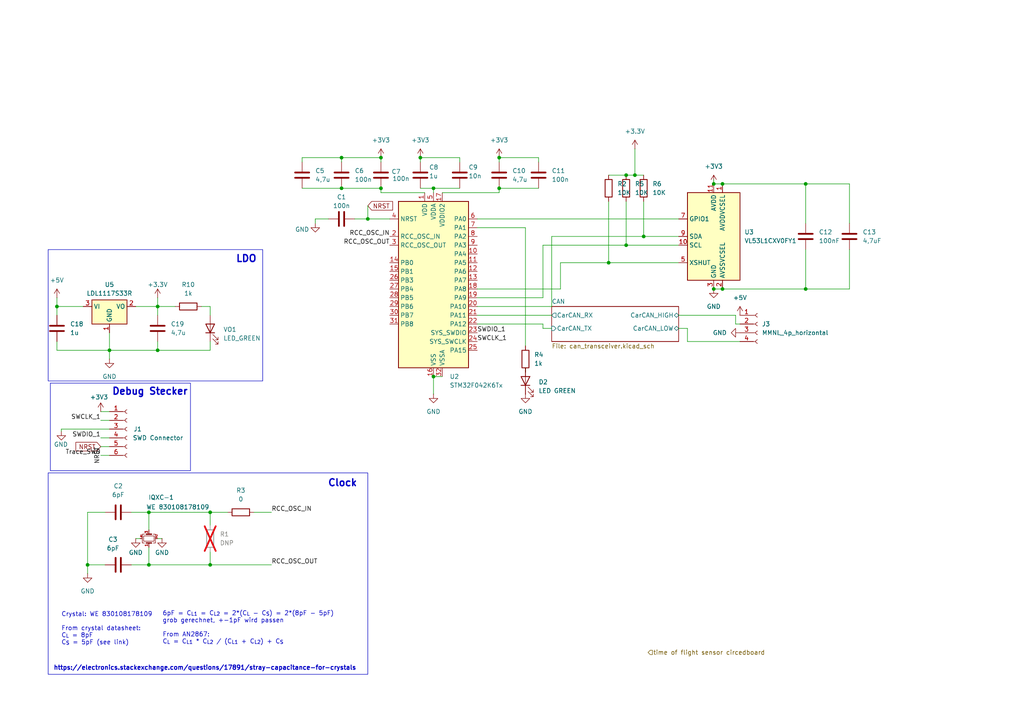
<source format=kicad_sch>
(kicad_sch (version 20250114) (generator "eeschema") (generator_version "9.0")
  (paper "A4")
  (title_block (comment 1 "Jonas Urban"))
  (lib_symbols
    (symbol "Connector:Conn_01x06_Female" (pin_names (offset 1.016) (hide yes))
      (property "Reference" "J" (at 0 7.62 0))
      (property "Value" "Conn_01x06_Female" (at 0 -10.16 0))
      (symbol "Conn_01x06_Female_1_1"
        (polyline (pts (xy -1.27 5.08) (xy -0.508 5.08)) (stroke (width 0.1524)))
        (polyline (pts (xy -1.27 2.54) (xy -0.508 2.54)) (stroke (width 0.1524)))
        (polyline (pts (xy -1.27 0) (xy -0.508 0)) (stroke (width 0.1524)))
        (polyline (pts (xy -1.27 -2.54) (xy -0.508 -2.54)) (stroke (width 0.1524)))
        (polyline (pts (xy -1.27 -5.08) (xy -0.508 -5.08)) (stroke (width 0.1524)))
        (polyline (pts (xy -1.27 -7.62) (xy -0.508 -7.62)) (stroke (width 0.1524)))
        (arc (start 0 4.572) (mid -0.5058 5.08) (end 0 5.588) (stroke (width 0.1524)))
        (arc (start 0 2.032) (mid -0.5058 2.54) (end 0 3.048) (stroke (width 0.1524)))
        (arc (start 0 -0.508) (mid -0.5058 0) (end 0 0.508) (stroke (width 0.1524)))
        (arc (start 0 -3.048) (mid -0.5058 -2.54) (end 0 -2.032) (stroke (width 0.1524)))
        (arc (start 0 -5.588) (mid -0.5058 -5.08) (end 0 -4.572) (stroke (width 0.1524)))
        (arc (start 0 -8.128) (mid -0.5058 -7.62) (end 0 -7.112) (stroke (width 0.1524)))
        (pin passive line (at -5.08 5.08 0) (length 3.81) (name "Pin_1") (number "1"))
        (pin passive line (at -5.08 2.54 0) (length 3.81) (name "Pin_2") (number "2"))
        (pin passive line (at -5.08 0 0) (length 3.81) (name "Pin_3") (number "3"))
        (pin passive line (at -5.08 -2.54 0) (length 3.81) (name "Pin_4") (number "4"))
        (pin passive line (at -5.08 -5.08 0) (length 3.81) (name "Pin_5") (number "5"))
        (pin passive line (at -5.08 -7.62 0) (length 3.81) (name "Pin_6") (number "6"))
      )
    )
    (symbol "Device:C" (pin_numbers (hide yes)) (pin_names (offset 0.254))
      (property "Reference" "C" (at 0.635 2.54 0))
      (property "Value" "C" (at 0.635 -2.54 0))
      (symbol "C_0_1"
        (polyline (pts (xy -2.032 0.762) (xy 2.032 0.762)) (stroke (width 0.508)))
        (polyline (pts (xy -2.032 -0.762) (xy 2.032 -0.762)) (stroke (width 0.508)))
      )
      (symbol "C_1_1"
        (pin passive line (at 0 3.81 270) (length 2.794) (name "~") (number "1"))
        (pin passive line (at 0 -3.81 90) (length 2.794) (name "~") (number "2"))
      )
    )
    (symbol "Device:Crystal_GND24_Small" (pin_names (offset 1.016) (hide yes))
      (property "Reference" "Y" (at 1.27 4.445 0))
      (property "Value" "Crystal_GND24_Small" (at 1.27 2.54 0))
      (symbol "Crystal_GND24_Small_0_1"
        (polyline (pts (xy -1.27 1.27) (xy -1.27 1.905) (xy 1.27 1.905) (xy 1.27 1.27)))
        (polyline (pts (xy -1.27 -0.762) (xy -1.27 0.762)) (stroke (width 0.381)))
        (polyline (pts (xy -1.27 -1.27) (xy -1.27 -1.905) (xy 1.27 -1.905) (xy 1.27 -1.27)))
        (rectangle (start -0.762 -1.524) (end 0.762 1.524))
        (polyline (pts (xy 1.27 -0.762) (xy 1.27 0.762)) (stroke (width 0.381)))
      )
      (symbol "Crystal_GND24_Small_1_1"
        (pin passive line (at -2.54 0 0) (length 1.27) (name "1") (number "1"))
        (pin passive line (at 0 2.54 270) (length 0.635) (name "4") (number "4"))
        (pin passive line (at 0 -2.54 90) (length 0.635) (name "2") (number "2"))
        (pin passive line (at 2.54 0 180) (length 1.27) (name "3") (number "3"))
      )
    )
    (symbol "Device:LED" (pin_numbers (hide yes)) (pin_names (offset 1.016) (hide yes))
      (property "Reference" "D" (at 0 2.54 0))
      (property "Value" "LED" (at 0 -2.54 0))
      (symbol "LED_0_1"
        (polyline (pts (xy -3.048 -0.762) (xy -4.572 -2.286) (xy -3.81 -2.286) (xy -4.572 -2.286) (xy -4.572 -1.524)))
        (polyline (pts (xy -1.778 -0.762) (xy -3.302 -2.286) (xy -2.54 -2.286) (xy -3.302 -2.286) (xy -3.302 -1.524)))
        (polyline (pts (xy -1.27 0) (xy 1.27 0)))
        (polyline (pts (xy -1.27 -1.27) (xy -1.27 1.27)) (stroke (width 0.254)))
        (polyline (pts (xy 1.27 -1.27) (xy 1.27 1.27) (xy -1.27 0) (xy 1.27 -1.27)) (stroke (width 0.254)))
      )
      (symbol "LED_1_1"
        (pin passive line (at -3.81 0 0) (length 2.54) (name "K") (number "1"))
        (pin passive line (at 3.81 0 180) (length 2.54) (name "A") (number "2"))
      )
    )
    (symbol "Device:R" (pin_numbers (hide yes)) (pin_names (offset 0))
      (property "Reference" "R" (at 2.032 0 90))
      (property "Value" "R" (at 0 0 90))
      (symbol "R_0_1"
        (rectangle (start -1.016 -2.54) (end 1.016 2.54) (stroke (width 0.254)))
      )
      (symbol "R_1_1"
        (pin passive line (at 0 3.81 270) (length 1.27) (name "~") (number "1"))
        (pin passive line (at 0 -3.81 90) (length 1.27) (name "~") (number "2"))
      )
    )
    (symbol "FaSTTUBe_connectors:MMNL_4p_horizontal" (pin_names (offset 1.016) (hide yes))
      (property "Reference" "J" (at 0 5.08 0))
      (property "Value" "MMNL_4p_horizontal" (at 0 -7.62 0))
      (symbol "MMNL_4p_horizontal_1_1"
        (polyline (pts (xy -1.27 2.54) (xy -0.508 2.54)) (stroke (width 0.1524)))
        (polyline (pts (xy -1.27 0) (xy -0.508 0)) (stroke (width 0.1524)))
        (polyline (pts (xy -1.27 -2.54) (xy -0.508 -2.54)) (stroke (width 0.1524)))
        (polyline (pts (xy -1.27 -5.08) (xy -0.508 -5.08)) (stroke (width 0.1524)))
        (arc (start 0 2.032) (mid -0.5058 2.54) (end 0 3.048) (stroke (width 0.1524)))
        (arc (start 0 -0.508) (mid -0.5058 0) (end 0 0.508) (stroke (width 0.1524)))
        (arc (start 0 -3.048) (mid -0.5058 -2.54) (end 0 -2.032) (stroke (width 0.1524)))
        (arc (start 0 -5.588) (mid -0.5058 -5.08) (end 0 -4.572) (stroke (width 0.1524)))
        (pin passive line (at -5.08 2.54 0) (length 3.81) (name "Pin_1") (number "1"))
        (pin passive line (at -5.08 0 0) (length 3.81) (name "Pin_2") (number "2"))
        (pin passive line (at -5.08 -2.54 0) (length 3.81) (name "Pin_3") (number "3"))
        (pin passive line (at -5.08 -5.08 0) (length 3.81) (name "Pin_4") (number "4"))
      )
    )
    (symbol "MCU_ST_STM32F0:STM32F042K6Tx"
      (property "Reference" "U" (at -10.16 26.67 0))
      (property "Value" "STM32F042K6Tx" (at 5.08 26.67 0))
      (symbol "STM32F042K6Tx_0_1"
        (rectangle (start -10.16 -22.86) (end 10.16 25.4) (stroke (width 0.254)) (fill (type background)))
      )
      (symbol "STM32F042K6Tx_1_1"
        (pin input line (at -12.7 20.32 0) (length 2.54) (name "NRST") (number "4"))
        (pin bidirectional line (at -12.7 15.24 0) (length 2.54) (name "PF0") (number "2") (alternate "RCC_OSC_IN" bidirectional line))
        (pin bidirectional line (at -12.7 12.7 0) (length 2.54) (name "PF1") (number "3") (alternate "RCC_OSC_OUT" bidirectional line))
        (pin bidirectional line (at -12.7 7.62 0) (length 2.54) (name "PB0") (number "14"))
        (pin bidirectional line (at -12.7 5.08 0) (length 2.54) (name "PB1") (number "15"))
        (pin bidirectional line (at -12.7 2.54 0) (length 2.54) (name "PB3") (number "26"))
        (pin bidirectional line (at -12.7 0 0) (length 2.54) (name "PB4") (number "27"))
        (pin bidirectional line (at -12.7 -2.54 0) (length 2.54) (name "PB5") (number "28"))
        (pin bidirectional line (at -12.7 -5.08 0) (length 2.54) (name "PB6") (number "29"))
        (pin bidirectional line (at -12.7 -7.62 0) (length 2.54) (name "PB7") (number "30"))
        (pin bidirectional line (at -12.7 -10.16 0) (length 2.54) (name "PB8") (number "31"))
        (pin power_in line (at -2.54 27.94 270) (length 2.54) (name "VDD") (number "1"))
        (pin power_in line (at 0 27.94 270) (length 2.54) (name "VDDA") (number "5"))
        (pin power_in line (at 0 -25.4 90) (length 2.54) (name "VSS") (number "16"))
        (pin power_in line (at 2.54 27.94 270) (length 2.54) (name "VDDIO2") (number "17"))
        (pin power_in line (at 2.54 -25.4 90) (length 2.54) (name "VSSA") (number "32"))
        (pin bidirectional line (at 12.7 20.32 180) (length 2.54) (name "PA0") (number "6"))
        (pin bidirectional line (at 12.7 17.78 180) (length 2.54) (name "PA1") (number "7"))
        (pin bidirectional line (at 12.7 15.24 180) (length 2.54) (name "PA2") (number "8"))
        (pin bidirectional line (at 12.7 12.7 180) (length 2.54) (name "PA3") (number "9"))
        (pin bidirectional line (at 12.7 10.16 180) (length 2.54) (name "PA4") (number "10"))
        (pin bidirectional line (at 12.7 7.62 180) (length 2.54) (name "PA5") (number "11"))
        (pin bidirectional line (at 12.7 5.08 180) (length 2.54) (name "PA6") (number "12"))
        (pin bidirectional line (at 12.7 2.54 180) (length 2.54) (name "PA7") (number "13"))
        (pin bidirectional line (at 12.7 0 180) (length 2.54) (name "PA8") (number "18"))
        (pin bidirectional line (at 12.7 -2.54 180) (length 2.54) (name "PA9") (number "19"))
        (pin bidirectional line (at 12.7 -5.08 180) (length 2.54) (name "PA10") (number "20"))
        (pin bidirectional line (at 12.7 -7.62 180) (length 2.54) (name "PA11") (number "21"))
        (pin bidirectional line (at 12.7 -10.16 180) (length 2.54) (name "PA12") (number "22"))
        (pin bidirectional line (at 12.7 -12.7 180) (length 2.54) (name "PA13") (number "23") (alternate "SYS_SWDIO" bidirectional line))
        (pin bidirectional line (at 12.7 -15.24 180) (length 2.54) (name "PA14") (number "24") (alternate "SYS_SWCLK" bidirectional line))
        (pin bidirectional line (at 12.7 -17.78 180) (length 2.54) (name "PA15") (number "25"))
      )
    )
    (symbol "Regulator_Linear:LD1117S33TR_SOT223"
      (property "Reference" "U" (at -3.81 3.175 0))
      (property "Value" "LD1117S33TR_SOT223" (at 0 3.175 0))
      (symbol "LD1117S33TR_SOT223_0_1"
        (rectangle (start -5.08 -5.08) (end 5.08 1.905) (stroke (width 0.254)) (fill (type background)))
      )
      (symbol "LD1117S33TR_SOT223_1_1"
        (pin power_in line (at -7.62 0 0) (length 2.54) (name "VI") (number "3"))
        (pin power_in line (at 0 -7.62 90) (length 2.54) (name "GND") (number "1"))
        (pin power_out line (at 7.62 0 180) (length 2.54) (name "VO") (number "2"))
      )
    )
    (symbol "Sensor_Distance:VL53L1CXV0FY1"
      (property "Reference" "U" (at -6.35 13.97 0))
      (property "Value" "VL53L1CXV0FY1" (at 12.065 13.97 0))
      (symbol "VL53L1CXV0FY1_0_1"
        (rectangle (start -7.62 12.7) (end 7.62 -12.7) (stroke (width 0.254)) (fill (type background)))
      )
      (symbol "VL53L1CXV0FY1_1_1"
        (pin open_collector line (at -10.16 5.08 0) (length 2.54) (name "GPIO1") (number "7"))
        (pin bidirectional line (at -10.16 0 0) (length 2.54) (name "SDA") (number "9"))
        (pin input line (at -10.16 -2.54 0) (length 2.54) (name "SCL") (number "10"))
        (pin input line (at -10.16 -7.62 0) (length 2.54) (name "XSHUT") (number "5"))
        (pin no_connect line (at -7.62 7.62 0) (length 2.54) (hide yes) (name "DNC") (number "8"))
        (pin power_in line (at 0 15.24 270) (length 2.54) (name "AVDD") (number "11"))
        (pin passive line (at 0 -15.24 90) (length 2.54) (hide yes) (name "GND") (number "12"))
        (pin power_in line (at 0 -15.24 90) (length 2.54) (name "GND") (number "3"))
        (pin passive line (at 0 -15.24 90) (length 2.54) (hide yes) (name "GND") (number "4"))
        (pin passive line (at 0 -15.24 90) (length 2.54) (hide yes) (name "GND") (number "6"))
        (pin power_in line (at 2.54 15.24 270) (length 2.54) (name "AVDDVCSEL") (number "1"))
        (pin power_in line (at 2.54 -15.24 90) (length 2.54) (name "AVSSVCSEL") (number "2"))
      )
    )
    (symbol "power:+3.3V" (power) (pin_numbers (hide yes)) (pin_names (offset 0) (hide yes))
      (property "Value" "+3.3V" (at 0 3.556 0))
      (symbol "+3.3V_0_1"
        (polyline (pts (xy -0.762 1.27) (xy 0 2.54)))
        (polyline (pts (xy 0 2.54) (xy 0.762 1.27)))
        (polyline (pts (xy 0 0) (xy 0 2.54)))
      )
      (symbol "+3.3V_1_1"
        (pin power_in line (at 0 0 90) (length 0) (name "~") (number "1"))
      )
    )
    (symbol "power:+3V3" (power) (pin_numbers (hide yes)) (pin_names (offset 0) (hide yes))
      (property "Value" "+3V3" (at 0 3.556 0))
      (symbol "+3V3_0_1"
        (polyline (pts (xy -0.762 1.27) (xy 0 2.54)))
        (polyline (pts (xy 0 2.54) (xy 0.762 1.27)))
        (polyline (pts (xy 0 0) (xy 0 2.54)))
      )
      (symbol "+3V3_1_1"
        (pin power_in line (at 0 0 90) (length 0) (name "~") (number "1"))
      )
    )
    (symbol "power:+5V" (power) (pin_numbers (hide yes)) (pin_names (offset 0) (hide yes))
      (property "Value" "+5V" (at 0 3.556 0))
      (symbol "+5V_0_1"
        (polyline (pts (xy -0.762 1.27) (xy 0 2.54)))
        (polyline (pts (xy 0 2.54) (xy 0.762 1.27)))
        (polyline (pts (xy 0 0) (xy 0 2.54)))
      )
      (symbol "+5V_1_1"
        (pin power_in line (at 0 0 90) (length 0) (name "~") (number "1"))
      )
    )
    (symbol "power:GND" (power) (pin_numbers (hide yes)) (pin_names (offset 0) (hide yes))
      (property "Value" "GND" (at 0 -3.81 0))
      (symbol "GND_0_1"
        (polyline (pts (xy 0 0) (xy 0 -1.27) (xy 1.27 -1.27) (xy 0 -2.54) (xy -1.27 -1.27) (xy 0 -1.27)))
      )
      (symbol "GND_1_1"
        (pin power_in line (at 0 0 270) (length 0) (name "~") (number "1"))
      )
    )
  )
  (rectangle (start 14.605 111.125) (end 55.245 136.525))
  (rectangle (start 13.97 72.39) (end 76.2 110.49))
  (rectangle (start 13.97 137.16) (end 106.68 195.58))
  (text "Crystal: WE 830108178109\n\nFrom crystal datasheet:\nC_{L} = 8pF\nC_{S} = 5pF (see link)\n" (at 17.78 187.198 0) (effects (font (size 1.27 1.27)) (justify left bottom)))
  (text "Clock\n" (at 94.996 140.208 0) (effects (font (size 2 2) (bold yes)) (justify left)))
  (text "6pF = C_{L1} = C_{L2} = 2*(C_{L} - C_{S}) = 2*(8pF − 5pF)\ngrob gerechnet, +-1pF wird passen\n\nFrom AN2867:\nC_{L} = C_{L1} * C_{L2} / (C_{L1} + C_{L2}) + C_{S}" (at 47.117 182.118 0) (effects (font (size 1.27 1.27)) (justify left)))
  (text "Debug Stecker" (at 32.385 113.665 0) (effects (font (size 2 2) (bold yes)) (justify left)))
  (text "https://electronics.stackexchange.com/questions/17891/stray-capacitance-for-crystals" (at 15.494 194.564 0) (effects (font (size 1.27 1.27) (bold yes)) (justify left bottom)))
  (text "LDO\n" (at 68.326 75.184 0) (effects (font (size 2 2) (bold yes)) (justify left)))
  (junction (at 181.61 71.12))
  (junction (at 186.69 68.58))
  (junction (at 209.55 83.82))
  (junction (at 43.18 163.83))
  (junction (at 99.06 45.72))
  (junction (at 45.72 101.6))
  (junction (at 99.06 54.61))
  (junction (at 125.73 54.61))
  (junction (at 144.78 54.61))
  (junction (at 121.92 45.72))
  (junction (at 184.15 50.8))
  (junction (at 43.18 148.59))
  (junction (at 207.01 53.34))
  (junction (at 207.01 83.82))
  (junction (at 233.68 53.34))
  (junction (at 110.49 54.61))
  (junction (at 16.51 88.9))
  (junction (at 45.72 88.9))
  (junction (at 106.68 63.5))
  (junction (at 60.96 163.83))
  (junction (at 110.49 45.72))
  (junction (at 60.96 148.59))
  (junction (at 31.75 101.6))
  (junction (at 176.53 76.2))
  (junction (at 233.68 83.82))
  (junction (at 181.61 50.8))
  (junction (at 209.55 53.34))
  (junction (at 125.73 109.22))
  (junction (at 144.78 45.72))
  (junction (at 25.4 163.83))
  (wire (pts (xy 186.69 58.42) (xy 186.69 68.58)))
  (wire (pts (xy 144.78 45.72) (xy 156.21 45.72)))
  (wire (pts (xy 16.51 101.6) (xy 31.75 101.6)))
  (wire (pts (xy 45.72 101.6) (xy 60.96 101.6)))
  (wire (pts (xy 43.18 158.75) (xy 43.18 163.83)))
  (wire (pts (xy 121.92 46.99) (xy 121.92 45.72)))
  (wire (pts (xy 17.78 124.46) (xy 31.75 124.46)))
  (wire (pts (xy 157.48 95.25) (xy 160.02 95.25)))
  (wire (pts (xy 46.99 156.21) (xy 45.72 156.21)))
  (wire (pts (xy 99.06 45.72) (xy 110.49 45.72)))
  (wire (pts (xy 176.53 76.2) (xy 196.85 76.2)))
  (wire (pts (xy 60.96 163.83) (xy 78.74 163.83)))
  (wire (pts (xy 207.01 52.07) (xy 207.01 53.34)))
  (wire (pts (xy 110.49 55.88) (xy 123.19 55.88)))
  (wire (pts (xy 152.4 66.04) (xy 152.4 100.33)))
  (wire (pts (xy 43.18 148.59) (xy 43.18 153.67)))
  (wire (pts (xy 209.55 53.34) (xy 233.68 53.34)))
  (wire (pts (xy 43.18 148.59) (xy 60.96 148.59)))
  (wire (pts (xy 138.43 88.9) (xy 160.02 88.9)))
  (wire (pts (xy 91.44 64.77) (xy 91.44 63.5)))
  (wire (pts (xy 207.01 83.82) (xy 209.55 83.82)))
  (wire (pts (xy 17.78 124.46) (xy 17.78 125.095)))
  (wire (pts (xy 31.75 101.6) (xy 31.75 104.14)))
  (wire (pts (xy 176.53 50.8) (xy 181.61 50.8)))
  (wire (pts (xy 39.37 88.9) (xy 45.72 88.9)))
  (wire (pts (xy 87.63 45.72) (xy 99.06 45.72)))
  (wire (pts (xy 138.43 91.44) (xy 160.02 91.44)))
  (wire (pts (xy 73.66 148.59) (xy 78.74 148.59)))
  (wire (pts (xy 184.15 50.8) (xy 186.69 50.8)))
  (wire (pts (xy 102.87 63.5) (xy 106.68 63.5)))
  (wire (pts (xy 144.78 54.61) (xy 144.78 55.88)))
  (wire (pts (xy 157.48 71.12) (xy 157.48 86.36)))
  (wire (pts (xy 25.4 163.83) (xy 25.4 148.59)))
  (wire (pts (xy 45.72 88.9) (xy 45.72 91.44)))
  (wire (pts (xy 87.63 46.99) (xy 87.63 45.72)))
  (wire (pts (xy 233.68 53.34) (xy 233.68 64.77)))
  (wire (pts (xy 162.56 76.2) (xy 162.56 83.82)))
  (wire (pts (xy 29.21 121.92) (xy 31.75 121.92)))
  (wire (pts (xy 157.48 93.98) (xy 138.43 93.98)))
  (wire (pts (xy 16.51 88.9) (xy 16.51 91.44)))
  (wire (pts (xy 199.39 95.25) (xy 199.39 99.06)))
  (wire (pts (xy 233.68 72.39) (xy 233.68 83.82)))
  (wire (pts (xy 29.21 132.08) (xy 31.75 132.08)))
  (wire (pts (xy 246.38 53.34) (xy 246.38 64.77)))
  (wire (pts (xy 121.92 54.61) (xy 125.73 54.61)))
  (wire (pts (xy 181.61 50.8) (xy 184.15 50.8)))
  (wire (pts (xy 45.72 86.36) (xy 45.72 88.9)))
  (wire (pts (xy 25.4 163.83) (xy 30.48 163.83)))
  (wire (pts (xy 196.85 91.44) (xy 213.36 91.44)))
  (wire (pts (xy 29.21 119.38) (xy 31.75 119.38)))
  (wire (pts (xy 125.73 54.61) (xy 133.35 54.61)))
  (wire (pts (xy 156.21 45.72) (xy 156.21 46.99)))
  (wire (pts (xy 87.63 54.61) (xy 99.06 54.61)))
  (wire (pts (xy 157.48 71.12) (xy 181.61 71.12)))
  (wire (pts (xy 199.39 99.06) (xy 214.63 99.06)))
  (wire (pts (xy 199.39 95.25) (xy 196.85 95.25)))
  (wire (pts (xy 60.96 148.59) (xy 66.04 148.59)))
  (wire (pts (xy 209.55 83.82) (xy 233.68 83.82)))
  (wire (pts (xy 186.69 68.58) (xy 196.85 68.58)))
  (wire (pts (xy 91.44 63.5) (xy 95.25 63.5)))
  (wire (pts (xy 45.72 101.6) (xy 45.72 99.06)))
  (wire (pts (xy 233.68 53.34) (xy 246.38 53.34)))
  (wire (pts (xy 31.75 101.6) (xy 45.72 101.6)))
  (wire (pts (xy 60.96 148.59) (xy 60.96 152.4)))
  (wire (pts (xy 16.51 86.36) (xy 16.51 88.9)))
  (wire (pts (xy 181.61 58.42) (xy 181.61 71.12)))
  (wire (pts (xy 207.01 53.34) (xy 209.55 53.34)))
  (wire (pts (xy 38.1 148.59) (xy 43.18 148.59)))
  (wire (pts (xy 144.78 46.99) (xy 144.78 45.72)))
  (wire (pts (xy 121.92 45.72) (xy 133.35 45.72)))
  (wire (pts (xy 45.72 88.9) (xy 50.8 88.9)))
  (wire (pts (xy 60.96 88.9) (xy 60.96 91.44)))
  (wire (pts (xy 29.21 129.54) (xy 31.75 129.54)))
  (wire (pts (xy 176.53 76.2) (xy 162.56 76.2)))
  (wire (pts (xy 110.49 45.72) (xy 110.49 46.99)))
  (wire (pts (xy 144.78 54.61) (xy 156.21 54.61)))
  (wire (pts (xy 16.51 88.9) (xy 24.13 88.9)))
  (wire (pts (xy 162.56 83.82) (xy 138.43 83.82)))
  (wire (pts (xy 144.78 55.88) (xy 128.27 55.88)))
  (wire (pts (xy 25.4 166.37) (xy 25.4 163.83)))
  (wire (pts (xy 106.68 63.5) (xy 113.03 63.5)))
  (wire (pts (xy 133.35 45.72) (xy 133.35 46.99)))
  (wire (pts (xy 125.73 54.61) (xy 125.73 55.88)))
  (wire (pts (xy 31.75 96.52) (xy 31.75 101.6)))
  (wire (pts (xy 16.51 99.06) (xy 16.51 101.6)))
  (wire (pts (xy 106.68 59.69) (xy 106.68 63.5)))
  (wire (pts (xy 184.15 43.18) (xy 184.15 50.8)))
  (wire (pts (xy 38.1 163.83) (xy 43.18 163.83)))
  (wire (pts (xy 99.06 45.72) (xy 99.06 46.99)))
  (wire (pts (xy 25.4 148.59) (xy 30.48 148.59)))
  (wire (pts (xy 213.36 93.98) (xy 214.63 93.98)))
  (wire (pts (xy 60.96 101.6) (xy 60.96 99.06)))
  (wire (pts (xy 43.18 163.83) (xy 60.96 163.83)))
  (wire (pts (xy 138.43 63.5) (xy 196.85 63.5)))
  (wire (pts (xy 181.61 71.12) (xy 196.85 71.12)))
  (wire (pts (xy 246.38 72.39) (xy 246.38 83.82)))
  (wire (pts (xy 29.21 127) (xy 31.75 127)))
  (wire (pts (xy 176.53 58.42) (xy 176.53 76.2)))
  (wire (pts (xy 125.73 109.22) (xy 128.27 109.22)))
  (wire (pts (xy 60.96 160.02) (xy 60.96 163.83)))
  (wire (pts (xy 160.02 68.58) (xy 160.02 88.9)))
  (wire (pts (xy 157.48 93.98) (xy 157.48 95.25)))
  (wire (pts (xy 58.42 88.9) (xy 60.96 88.9)))
  (wire (pts (xy 125.73 109.22) (xy 125.73 114.3)))
  (wire (pts (xy 213.36 91.44) (xy 213.36 93.98)))
  (wire (pts (xy 99.06 54.61) (xy 110.49 54.61)))
  (wire (pts (xy 39.37 156.21) (xy 40.64 156.21)))
  (wire (pts (xy 152.4 106.68) (xy 152.4 107.95)))
  (wire (pts (xy 138.43 66.04) (xy 152.4 66.04)))
  (wire (pts (xy 246.38 83.82) (xy 233.68 83.82)))
  (wire (pts (xy 160.02 68.58) (xy 186.69 68.58)))
  (wire (pts (xy 110.49 54.61) (xy 110.49 55.88)))
  (wire (pts (xy 138.43 86.36) (xy 157.48 86.36)))
  (label "NRST" (at 29.21 129.54 270))
  (label "RCC_OSC_OUT" (at 78.74 163.83 0))
  (label "SWDIO_1" (at 138.43 96.52 0))
  (label "SWDIO_1" (at 29.21 127 180))
  (label "RCC_OSC_IN" (at 113.03 68.58 180))
  (label "RCC_OSC_IN" (at 78.74 148.59 0))
  (label "SWCLK_1" (at 29.21 121.92 180))
  (label "SWCLK_1" (at 138.43 99.06 0))
  (label "RCC_OSC_OUT" (at 113.03 71.12 180))
  (label "Trace_SWO" (at 29.21 132.08 180))
  (global_label "NRST" (shape input) (at 29.21 129.54 180) (property "Intersheetrefs" "${INTERSHEET_REFS}" (effects (hide yes))))
  (global_label "NRST" (shape input) (at 106.68 59.69 0) (property "Intersheetrefs" "${INTERSHEET_REFS}" (effects (hide yes))))
  (hierarchical_label "time of flight sensor circedboard" (shape input) (at 187.96 189.23 0))
  (symbol (lib_id "Device:R") (at 152.4 104.14 0) (unit 1)
    (property "Reference" "R4" (at 154.94 102.8699 0) (effects (justify left)))
    (property "Value" "1k" (at 154.94 105.4099 0) (effects (justify left)))
    (property "Footprint" "Resistor_SMD:R_0603_1608Metric" (effects (hide yes)))
    (property "Description" "Resistor" (effects (hide yes)))
  )
  (symbol (lib_id "Device:C") (at 233.68 68.58 0) (unit 1)
    (property "Reference" "C12" (at 237.49 67.3099 0) (effects (justify left)))
    (property "Value" "100nF" (at 237.49 69.8499 0) (effects (justify left)))
    (property "Footprint" "Capacitor_SMD:C_0603_1608Metric" (effects (hide yes)))
    (property "Description" "Unpolarized capacitor" (effects (hide yes)))
  )
  (symbol (lib_id "power:GND") (at 152.4 114.3 0) (unit 1)
    (property "Reference" "#PWR014" (effects (hide yes)))
    (property "Value" "GND" (at 152.4 119.38 0))
    (property "Description" "Power symbol creates a global label with name \"GND\" , ground" (effects (hide yes)))
  )
  (symbol (lib_id "FaSTTUBe_connectors:MMNL_4p_horizontal") (at 219.71 93.98 0) (unit 1)
    (property "Reference" "J3" (at 220.98 93.9799 0) (effects (justify left)))
    (property "Value" "MMNL_4p_horizontal" (at 220.98 96.5199 0) (effects (justify left)))
    (property "Footprint" "FaSTTUBe_connectors:Micro_Mate-N-Lok_4p_horizontal" (effects (hide yes)))
    (property "Description" "Micro Mate-N-Lok, single row, 4 position, SMD, horizontal" (effects (hide yes)))
  )
  (symbol (lib_id "Device:R") (at 181.61 54.61 0) (unit 1)
    (property "Reference" "R5" (at 184.15 53.3399 0) (effects (justify left)))
    (property "Value" "10K" (at 184.15 55.8799 0) (effects (justify left)))
    (property "Footprint" "Resistor_SMD:R_0603_1608Metric" (effects (hide yes)))
    (property "Description" "Resistor" (effects (hide yes)))
  )
  (symbol (lib_id "Device:C") (at 87.63 50.8 0) (unit 1)
    (property "Reference" "C5" (at 91.44 49.5299 0) (effects (justify left)))
    (property "Value" "4,7u" (at 91.44 52.0699 0) (effects (justify left)))
    (property "Footprint" "Capacitor_SMD:C_0603_1608Metric" (effects (hide yes)))
    (property "Description" "Unpolarized capacitor" (effects (hide yes)))
  )
  (symbol (lib_id "Device:C") (at 110.49 50.8 0) (unit 1)
    (property "Reference" "C7" (at 113.538 49.784 0) (effects (justify left)))
    (property "Value" "100n" (at 113.792 51.816 0) (effects (justify left)))
    (property "Footprint" "Capacitor_SMD:C_0603_1608Metric" (effects (hide yes)))
    (property "Description" "Unpolarized capacitor" (effects (hide yes)))
  )
  (symbol (lib_id "Device:C") (at 34.29 163.83 90) (unit 1)
    (property "Reference" "C3" (at 32.766 156.464 90))
    (property "Value" "6pF" (at 32.766 159.004 90))
    (property "Footprint" "Capacitor_SMD:C_0603_1608Metric" (effects (hide yes)))
    (property "Description" "Unpolarized capacitor" (effects (hide yes)))
  )
  (symbol (lib_id "power:+5V") (at 214.63 91.44 0) (unit 1)
    (property "Reference" "#PWR06" (effects (hide yes)))
    (property "Value" "+5V" (at 214.63 86.36 0))
    (property "Description" "Power symbol creates a global label with name \"+5V\"" (effects (hide yes)))
  )
  (symbol (lib_id "Device:C") (at 144.78 50.8 0) (unit 1)
    (property "Reference" "C10" (at 148.59 49.5299 0) (effects (justify left)))
    (property "Value" "4,7u" (at 148.59 52.0699 0) (effects (justify left)))
    (property "Footprint" "Capacitor_SMD:C_0603_1608Metric" (effects (hide yes)))
    (property "Description" "Unpolarized capacitor" (effects (hide yes)))
  )
  (symbol (lib_id "Device:C") (at 34.29 148.59 90) (unit 1)
    (property "Reference" "C2" (at 34.29 140.97 90))
    (property "Value" "6pF" (at 34.29 143.51 90))
    (property "Footprint" "Capacitor_SMD:C_0603_1608Metric" (effects (hide yes)))
    (property "Description" "Unpolarized capacitor" (effects (hide yes)))
  )
  (symbol (lib_id "power:+3V3") (at 207.01 53.34 0) (unit 1)
    (property "Reference" "#PWR016" (effects (hide yes)))
    (property "Value" "+3V3" (at 207.01 48.26 0))
    (property "Description" "Power symbol creates a global label with name \"+3V3\"" (effects (hide yes)))
  )
  (symbol (lib_id "Device:R") (at 69.85 148.59 270) (unit 1)
    (property "Reference" "R3" (at 69.85 142.24 90))
    (property "Value" "0" (at 69.85 144.78 90))
    (property "Footprint" "Resistor_SMD:R_0603_1608Metric" (effects (hide yes)))
    (property "Description" "Resistor" (effects (hide yes)))
  )
  (symbol (lib_id "Device:R") (at 186.69 54.61 0) (unit 1)
    (property "Reference" "R6" (at 189.23 53.3399 0) (effects (justify left)))
    (property "Value" "10K" (at 189.23 55.8799 0) (effects (justify left)))
    (property "Footprint" "Resistor_SMD:R_0603_1608Metric" (effects (hide yes)))
    (property "Description" "Resistor" (effects (hide yes)))
  )
  (symbol (lib_id "Sensor_Distance:VL53L1CXV0FY1") (at 207.01 68.58 0) (unit 1)
    (property "Reference" "U3" (at 215.9 67.3099 0) (effects (justify left)))
    (property "Value" "VL53L1CXV0FY1" (at 215.9 69.8499 0) (effects (justify left)))
    (property "Footprint" "Sensor_Distance:ST_VL53L1x" (effects (hide yes)))
    (property "Datasheet" "https://www.st.com/resource/en/datasheet/vl53l1x.pdf" (effects (hide yes)))
    (property "Description" "4m distance ranging ToF sensor, Optical LGA12" (effects (hide yes)))
  )
  (symbol (lib_id "Device:C") (at 246.38 68.58 0) (unit 1)
    (property "Reference" "C13" (at 250.19 67.3099 0) (effects (justify left)))
    (property "Value" "4,7uF" (at 250.19 69.8499 0) (effects (justify left)))
    (property "Footprint" "Capacitor_SMD:C_0603_1608Metric" (effects (hide yes)))
    (property "Description" "Unpolarized capacitor" (effects (hide yes)))
  )
  (symbol (lib_id "Regulator_Linear:LD1117S33TR_SOT223") (at 31.75 88.9 0) (unit 1)
    (property "Reference" "U5" (at 31.75 82.55 0))
    (property "Value" "LDL1117S33R" (at 31.75 85.09 0))
    (property "Footprint" "Package_TO_SOT_SMD:SOT-223-3_TabPin2" (effects (hide yes)))
    (property "Datasheet" "https://www.mouser.de/datasheet/2/389/ldl1117-1849797.pdf" (effects (hide yes)))
  )
  (symbol (lib_id "Device:R") (at 176.53 54.61 0) (unit 1)
    (property "Reference" "R2" (at 179.07 53.3399 0) (effects (justify left)))
    (property "Value" "10K" (at 179.07 55.8799 0) (effects (justify left)))
    (property "Footprint" "Resistor_SMD:R_0603_1608Metric" (effects (hide yes)))
    (property "Description" "Resistor" (effects (hide yes)))
  )
  (symbol (lib_id "Device:C") (at 156.21 50.8 0) (unit 1)
    (property "Reference" "C11" (at 160.02 49.5299 0) (effects (justify left)))
    (property "Value" "100n" (at 160.02 52.0699 0) (effects (justify left)))
    (property "Footprint" "Capacitor_SMD:C_0603_1608Metric" (effects (hide yes)))
    (property "Description" "Unpolarized capacitor" (effects (hide yes)))
  )
  (symbol (lib_id "power:GND") (at 31.75 104.14 0) (unit 1)
    (property "Reference" "#PWR028" (effects (hide yes)))
    (property "Value" "GND" (at 31.75 109.22 0))
  )
  (symbol (lib_id "Device:R") (at 60.96 156.21 0) (unit 1) (dnp yes)
    (property "Reference" "R1" (at 63.754 154.9399 0) (effects (justify left)))
    (property "Value" "DNP" (at 63.754 157.4799 0) (effects (justify left)))
    (property "Footprint" "Resistor_SMD:R_0603_1608Metric" (effects (hide yes)))
    (property "Description" "Resistor" (effects (hide yes)))
  )
  (symbol (lib_id "power:+3V3") (at 144.78 45.72 0) (unit 1)
    (property "Reference" "#PWR013" (effects (hide yes)))
    (property "Value" "+3V3" (at 144.78 40.64 0))
    (property "Description" "Power symbol creates a global label with name \"+3V3\"" (effects (hide yes)))
  )
  (symbol (lib_id "MCU_ST_STM32F0:STM32F042K6Tx") (at 125.73 83.82 0) (unit 1)
    (property "Reference" "U2" (at 130.4133 109.22 0) (effects (justify left)))
    (property "Value" "STM32F042K6Tx" (at 130.4133 111.76 0) (effects (justify left)))
    (property "Footprint" "Package_QFP:LQFP-32_7x7mm_P0.8mm" (effects (hide yes)))
    (property "Datasheet" "https://www.st.com/resource/en/datasheet/stm32f042k6.pdf" (effects (hide yes)))
    (property "Description" "STMicroelectronics Arm Cortex-M0 MCU, 32KB flash, 6KB RAM, 48 MHz, 2.0-3.6V, 26 GPIO, LQFP32" (effects (hide yes)))
    (pin "2" (alternate "RCC_OSC_IN"))
    (pin "3" (alternate "RCC_OSC_OUT"))
    (pin "23" (alternate "SYS_SWDIO"))
    (pin "24" (alternate "SYS_SWCLK"))
  )
  (symbol (lib_id "power:+3V3") (at 110.49 45.72 0) (unit 1)
    (property "Reference" "#PWR010" (effects (hide yes)))
    (property "Value" "+3V3" (at 110.49 40.64 0))
    (property "Description" "Power symbol creates a global label with name \"+3V3\"" (effects (hide yes)))
  )
  (symbol (lib_id "power:GND") (at 17.78 125.095 0) (unit 1)
    (property "Reference" "#PWR01" (effects (hide yes)))
    (property "Value" "GND" (at 15.621 128.905 0) (effects (justify left)))
    (property "Description" "Power symbol creates a global label with name \"GND\" , ground" (effects (hide yes)))
  )
  (symbol (lib_id "power:GND") (at 214.63 96.52 270) (unit 1)
    (property "Reference" "#PWR02" (effects (hide yes)))
    (property "Value" "GND" (at 210.82 96.5199 90) (effects (justify right)))
    (property "Description" "Power symbol creates a global label with name \"GND\" , ground" (effects (hide yes)))
  )
  (symbol (lib_id "Device:C") (at 133.35 50.8 0) (unit 1)
    (property "Reference" "C9" (at 135.89 48.514 0) (effects (justify left)))
    (property "Value" "10n" (at 135.89 51.054 0) (effects (justify left)))
    (property "Footprint" "Capacitor_SMD:C_0603_1608Metric" (effects (hide yes)))
    (property "Description" "Unpolarized capacitor" (effects (hide yes)))
  )
  (symbol (lib_id "Connector:Conn_01x06_Female") (at 36.83 124.46 0) (unit 1)
    (property "Reference" "J1" (at 38.735 124.4599 0) (effects (justify left)))
    (property "Value" "SWD Connector" (at 38.481 127 0) (effects (justify left)))
    (property "Footprint" "Connector_PinHeader_2.54mm:PinHeader_1x06_P2.54mm_Vertical" (effects (hide yes)))
  )
  (symbol (lib_id "power:GND") (at 91.44 64.77 0) (unit 1)
    (property "Reference" "#PWR09" (effects (hide yes)))
    (property "Value" "GND" (at 87.63 66.548 0))
  )
  (symbol (lib_id "Device:C") (at 99.06 50.8 0) (unit 1)
    (property "Reference" "C6" (at 102.87 49.5299 0) (effects (justify left)))
    (property "Value" "100n" (at 102.87 52.0699 0) (effects (justify left)))
    (property "Footprint" "Capacitor_SMD:C_0603_1608Metric" (effects (hide yes)))
    (property "Description" "Unpolarized capacitor" (effects (hide yes)))
  )
  (symbol (lib_id "Device:C") (at 16.51 95.25 0) (unit 1)
    (property "Reference" "C18" (at 20.32 93.9799 0) (effects (justify left)))
    (property "Value" "1u" (at 20.32 96.5199 0) (effects (justify left)))
    (property "Footprint" "Capacitor_SMD:C_0603_1608Metric" (effects (hide yes)))
    (property "LCSC" "C15849" (effects (hide yes)))
  )
  (symbol (lib_id "Device:C") (at 45.72 95.25 0) (unit 1)
    (property "Reference" "C19" (at 49.53 93.9799 0) (effects (justify left)))
    (property "Value" "4,7u" (at 49.53 96.5199 0) (effects (justify left)))
    (property "Footprint" "Capacitor_SMD:C_0603_1608Metric" (effects (hide yes)))
    (property "LCSC" "C15849" (effects (hide yes)))
  )
  (symbol (lib_id "power:GND") (at 25.4 166.37 0) (unit 1)
    (property "Reference" "#PWR03" (effects (hide yes)))
    (property "Value" "GND" (at 25.4 171.45 0))
    (property "Description" "Power symbol creates a global label with name \"GND\" , ground" (effects (hide yes)))
  )
  (symbol (lib_id "Device:C") (at 121.92 50.8 0) (unit 1)
    (property "Reference" "C8" (at 124.46 48.514 0) (effects (justify left)))
    (property "Value" "1u" (at 124.46 51.054 0) (effects (justify left)))
    (property "Footprint" "Capacitor_SMD:C_0603_1608Metric" (effects (hide yes)))
    (property "Description" "Unpolarized capacitor" (effects (hide yes)))
  )
  (symbol (lib_id "Device:LED") (at 152.4 110.49 90) (unit 1)
    (property "Reference" "D2" (at 156.21 110.8074 90) (effects (justify right)))
    (property "Value" "LED GREEN" (at 156.21 113.3474 90) (effects (justify right)))
    (property "Footprint" "LED_SMD:LED_0603_1608Metric" (effects (hide yes)))
    (property "Description" "Light emitting diode" (effects (hide yes)))
    (property "Sim.Pins" "1=K 2=A" (effects (hide yes)))
  )
  (symbol (lib_id "power:+3.3V") (at 184.15 43.18 0) (unit 1)
    (property "Reference" "#PWR015" (effects (hide yes)))
    (property "Value" "+3.3V" (at 184.15 38.1 0))
    (property "Description" "Power symbol creates a global label with name \"+3.3V\"" (effects (hide yes)))
  )
  (symbol (lib_id "power:+3V3") (at 121.92 45.72 0) (unit 1)
    (property "Reference" "#PWR011" (effects (hide yes)))
    (property "Value" "+3V3" (at 121.92 40.64 0))
    (property "Description" "Power symbol creates a global label with name \"+3V3\"" (effects (hide yes)))
  )
  (symbol (lib_id "power:GND") (at 125.73 114.3 0) (unit 1)
    (property "Reference" "#PWR012" (effects (hide yes)))
    (property "Value" "GND" (at 125.73 119.38 0))
    (property "Description" "Power symbol creates a global label with name \"GND\" , ground" (effects (hide yes)))
  )
  (symbol (lib_id "power:+3.3V") (at 45.72 86.36 0) (unit 1)
    (property "Reference" "#PWR029" (effects (hide yes)))
    (property "Value" "+3.3V" (at 45.72 82.55 0))
  )
  (symbol (lib_id "power:GND") (at 39.37 156.21 0) (unit 1)
    (property "Reference" "#PWR05" (effects (hide yes)))
    (property "Value" "GND" (at 39.37 160.274 0))
    (property "Description" "Power symbol creates a global label with name \"GND\" , ground" (effects (hide yes)))
  )
  (symbol (lib_id "power:+5V") (at 16.51 86.36 0) (unit 1)
    (property "Reference" "#PWR031" (effects (hide yes)))
    (property "Value" "+5V" (at 16.51 81.28 0))
    (property "Description" "Power symbol creates a global label with name \"+5V\"" (effects (hide yes)))
  )
  (symbol (lib_id "power:GND") (at 46.99 156.21 0) (unit 1)
    (property "Reference" "#PWR07" (effects (hide yes)))
    (property "Value" "GND" (at 46.99 160.274 0))
    (property "Description" "Power symbol creates a global label with name \"GND\" , ground" (effects (hide yes)))
  )
  (symbol (lib_id "Device:C") (at 99.06 63.5 90) (unit 1)
    (property "Reference" "C1" (at 99.06 57.15 90))
    (property "Value" "100n" (at 99.06 59.69 90))
    (property "Footprint" "Capacitor_SMD:C_0603_1608Metric" (effects (hide yes)))
    (property "LCSC" "C307331" (effects (hide yes)))
  )
  (symbol (lib_id "Device:R") (at 54.61 88.9 90) (unit 1)
    (property "Reference" "R10" (at 54.61 82.55 90))
    (property "Value" "1k" (at 54.61 85.09 90))
    (property "Footprint" "Resistor_SMD:R_0603_1608Metric" (effects (hide yes)))
  )
  (symbol (lib_id "power:+3V3") (at 29.21 119.38 0) (unit 1)
    (property "Reference" "#PWR04" (effects (hide yes)))
    (property "Value" "+3V3" (at 31.369 115.189 0) (effects (justify right)))
    (property "Description" "Power symbol creates a global label with name \"+3V3\"" (effects (hide yes)))
  )
  (symbol (lib_id "Device:Crystal_GND24_Small") (at 43.18 156.21 90) (unit 1)
    (property "Reference" "IQXC-1" (at 46.736 144.272 90))
    (property "Value" "WE 830108178109" (at 51.562 147.066 90))
    (property "Footprint" "FaSTTUBe_Crystals:LFXTAL081781RL3K" (effects (hide yes)))
    (property "Datasheet" "https://www.we-online.com/components/products/datasheet/830108178109.pdf" (effects (hide yes)))
    (property "Description" "Four pin crystal, GND on pins 2 and 4, small symbol" (effects (hide yes)))
  )
  (symbol (lib_id "Device:LED") (at 60.96 95.25 90) (unit 1)
    (property "Reference" "VO1" (at 64.77 95.5674 90) (effects (justify right)))
    (property "Value" "LED_GREEN" (at 64.77 98.1074 90) (effects (justify right)))
    (property "Footprint" "LED_SMD:LED_0603_1608Metric_Pad1.05x0.95mm_HandSolder" (effects (hide yes)))
  )
  (symbol (lib_id "power:GND") (at 207.01 83.82 0) (unit 1)
    (property "Reference" "#PWR017" (effects (hide yes)))
    (property "Value" "GND" (at 207.01 88.9 0))
    (property "Description" "Power symbol creates a global label with name \"GND\" , ground" (effects (hide yes)))
  )
  (sheet (at 160.02 88.9) (size 36.83 10.16) (stroke (width 0.1524))
    (property "Sheetname" "CAN" (at 160.02 88.1884 0) (effects (justify left bottom)))
    (property "Sheetfile" "can_transceiver.kicad_sch" (at 160.02 99.6446 0) (effects (justify left top)))
    (pin "CarCAN_HIGH" bidirectional (at 196.85 91.44 0))
    (pin "CarCAN_RX" output (at 160.02 91.44 180))
    (pin "CarCAN_TX" input (at 160.02 95.25 180))
    (pin "CarCAN_LOW" bidirectional (at 196.85 95.25 0))
  )
)
</source>
